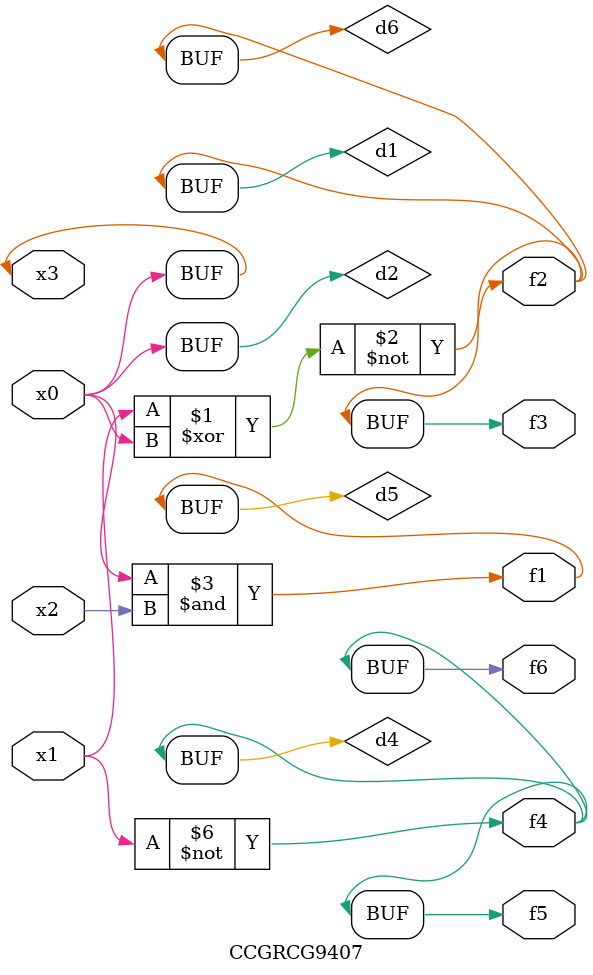
<source format=v>
module CCGRCG9407(
	input x0, x1, x2, x3,
	output f1, f2, f3, f4, f5, f6
);

	wire d1, d2, d3, d4, d5, d6;

	xnor (d1, x1, x3);
	buf (d2, x0, x3);
	nand (d3, x0, x2);
	not (d4, x1);
	nand (d5, d3);
	or (d6, d1);
	assign f1 = d5;
	assign f2 = d6;
	assign f3 = d6;
	assign f4 = d4;
	assign f5 = d4;
	assign f6 = d4;
endmodule

</source>
